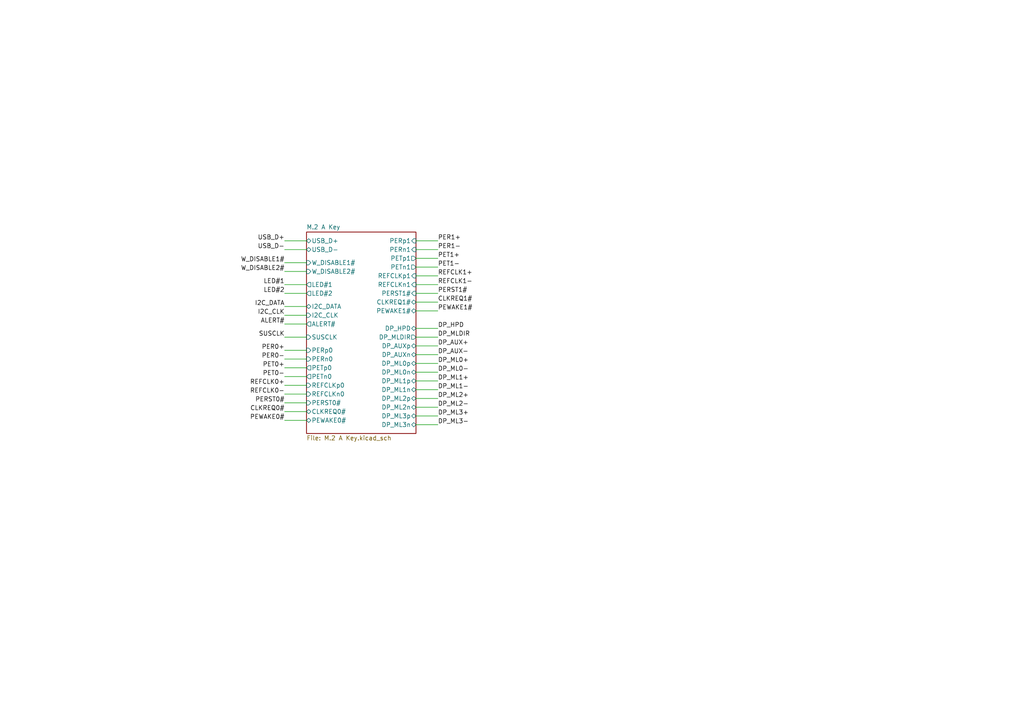
<source format=kicad_sch>
(kicad_sch
	(version 20250114)
	(generator "eeschema")
	(generator_version "9.0")
	(uuid "8f95e69a-9705-4409-be0f-c666139e4cf9")
	(paper "A4")
	(lib_symbols)
	(wire
		(pts
			(xy 120.65 107.95) (xy 127 107.95)
		)
		(stroke
			(width 0)
			(type default)
		)
		(uuid "0666d034-482f-4906-98da-e3ae6fbd6eae")
	)
	(wire
		(pts
			(xy 120.65 100.33) (xy 127 100.33)
		)
		(stroke
			(width 0)
			(type default)
		)
		(uuid "09880be8-b257-42b1-9365-38ecf176e0c9")
	)
	(wire
		(pts
			(xy 120.65 115.57) (xy 127 115.57)
		)
		(stroke
			(width 0)
			(type default)
		)
		(uuid "114b7e74-c3f3-49d3-b5ce-d297474ed7b0")
	)
	(wire
		(pts
			(xy 82.55 88.9) (xy 88.9 88.9)
		)
		(stroke
			(width 0)
			(type default)
		)
		(uuid "13da71a9-4284-4163-98fa-6a9cdff95a3d")
	)
	(wire
		(pts
			(xy 120.65 102.87) (xy 127 102.87)
		)
		(stroke
			(width 0)
			(type default)
		)
		(uuid "195b2eba-e167-4fca-8bd4-57cb1e477649")
	)
	(wire
		(pts
			(xy 120.65 97.79) (xy 127 97.79)
		)
		(stroke
			(width 0)
			(type default)
		)
		(uuid "25bc5450-d738-4dc2-85e2-c116e766d400")
	)
	(wire
		(pts
			(xy 120.65 69.85) (xy 127 69.85)
		)
		(stroke
			(width 0)
			(type default)
		)
		(uuid "2618dcb9-6d19-4147-8b68-84aa6dc213be")
	)
	(wire
		(pts
			(xy 82.55 114.3) (xy 88.9 114.3)
		)
		(stroke
			(width 0)
			(type default)
		)
		(uuid "273a06c2-0c01-4747-a6f6-daaaca0c094e")
	)
	(wire
		(pts
			(xy 120.65 87.63) (xy 127 87.63)
		)
		(stroke
			(width 0)
			(type default)
		)
		(uuid "2abd9900-bdb4-4721-a613-2060df0b47da")
	)
	(wire
		(pts
			(xy 120.65 80.01) (xy 127 80.01)
		)
		(stroke
			(width 0)
			(type default)
		)
		(uuid "2d2c19ed-2e31-49e4-a17a-66c2457bdf10")
	)
	(wire
		(pts
			(xy 82.55 72.39) (xy 88.9 72.39)
		)
		(stroke
			(width 0)
			(type default)
		)
		(uuid "3501848e-0223-430a-852c-6d8008533964")
	)
	(wire
		(pts
			(xy 82.55 82.55) (xy 88.9 82.55)
		)
		(stroke
			(width 0)
			(type default)
		)
		(uuid "36015ee0-0f04-49c9-a6c7-31b4ffb86711")
	)
	(wire
		(pts
			(xy 82.55 91.44) (xy 88.9 91.44)
		)
		(stroke
			(width 0)
			(type default)
		)
		(uuid "38136f5e-d798-4d5f-8194-471b33909c3d")
	)
	(wire
		(pts
			(xy 120.65 90.17) (xy 127 90.17)
		)
		(stroke
			(width 0)
			(type default)
		)
		(uuid "3a30321d-031b-44ad-95e6-027383c7ba16")
	)
	(wire
		(pts
			(xy 82.55 78.74) (xy 88.9 78.74)
		)
		(stroke
			(width 0)
			(type default)
		)
		(uuid "40daacbc-3b35-4f50-9827-d0e6ca51c056")
	)
	(wire
		(pts
			(xy 120.65 105.41) (xy 127 105.41)
		)
		(stroke
			(width 0)
			(type default)
		)
		(uuid "4b595c88-9f5d-4a9f-931f-44bb1c21475c")
	)
	(wire
		(pts
			(xy 82.55 121.92) (xy 88.9 121.92)
		)
		(stroke
			(width 0)
			(type default)
		)
		(uuid "4c8d038f-9d11-4367-99c5-8b3cc587b6f2")
	)
	(wire
		(pts
			(xy 82.55 109.22) (xy 88.9 109.22)
		)
		(stroke
			(width 0)
			(type default)
		)
		(uuid "5157798b-e064-4724-ba93-21f73c5df7c9")
	)
	(wire
		(pts
			(xy 82.55 119.38) (xy 88.9 119.38)
		)
		(stroke
			(width 0)
			(type default)
		)
		(uuid "53543c98-3c22-4c5c-ab8c-fd7b45869e2f")
	)
	(wire
		(pts
			(xy 82.55 97.79) (xy 88.9 97.79)
		)
		(stroke
			(width 0)
			(type default)
		)
		(uuid "55022550-73c9-4d0d-9541-001d01b1664a")
	)
	(wire
		(pts
			(xy 120.65 123.19) (xy 127 123.19)
		)
		(stroke
			(width 0)
			(type default)
		)
		(uuid "5537da56-3364-4958-b78e-f85b627fc366")
	)
	(wire
		(pts
			(xy 120.65 82.55) (xy 127 82.55)
		)
		(stroke
			(width 0)
			(type default)
		)
		(uuid "63ebbe44-142e-402c-a7c6-a26fe916919f")
	)
	(wire
		(pts
			(xy 120.65 74.93) (xy 127 74.93)
		)
		(stroke
			(width 0)
			(type default)
		)
		(uuid "770a6ccb-4bf2-4145-b6ff-e82740c75aa4")
	)
	(wire
		(pts
			(xy 120.65 118.11) (xy 127 118.11)
		)
		(stroke
			(width 0)
			(type default)
		)
		(uuid "81ab5f61-80d1-4353-bad8-ee3e80df4ba4")
	)
	(wire
		(pts
			(xy 120.65 110.49) (xy 127 110.49)
		)
		(stroke
			(width 0)
			(type default)
		)
		(uuid "9397c017-e94b-4aed-a825-24bab9e7f308")
	)
	(wire
		(pts
			(xy 120.65 77.47) (xy 127 77.47)
		)
		(stroke
			(width 0)
			(type default)
		)
		(uuid "9d46a325-01b0-4917-a213-d6bc12fa4b02")
	)
	(wire
		(pts
			(xy 82.55 76.2) (xy 88.9 76.2)
		)
		(stroke
			(width 0)
			(type default)
		)
		(uuid "9e256504-7dc3-419e-a129-d9e14df730a9")
	)
	(wire
		(pts
			(xy 82.55 106.68) (xy 88.9 106.68)
		)
		(stroke
			(width 0)
			(type default)
		)
		(uuid "a6aaeeca-6be4-408a-a140-49a7f5e39265")
	)
	(wire
		(pts
			(xy 82.55 85.09) (xy 88.9 85.09)
		)
		(stroke
			(width 0)
			(type default)
		)
		(uuid "acfc17d1-2ba1-4689-b6de-4ddfe3cb354b")
	)
	(wire
		(pts
			(xy 120.65 113.03) (xy 127 113.03)
		)
		(stroke
			(width 0)
			(type default)
		)
		(uuid "adb4eba0-82f8-4935-b59a-e2787c366579")
	)
	(wire
		(pts
			(xy 82.55 116.84) (xy 88.9 116.84)
		)
		(stroke
			(width 0)
			(type default)
		)
		(uuid "bea8651d-4ef2-4f6e-9baf-9497a29e0e25")
	)
	(wire
		(pts
			(xy 120.65 85.09) (xy 127 85.09)
		)
		(stroke
			(width 0)
			(type default)
		)
		(uuid "c1b2babd-4d01-458f-8754-361362d91308")
	)
	(wire
		(pts
			(xy 82.55 93.98) (xy 88.9 93.98)
		)
		(stroke
			(width 0)
			(type default)
		)
		(uuid "c3128485-4ac9-4b3e-b2ff-43bb61664840")
	)
	(wire
		(pts
			(xy 120.65 120.65) (xy 127 120.65)
		)
		(stroke
			(width 0)
			(type default)
		)
		(uuid "c6f17a5b-78e7-480c-8f69-d63ff368c08a")
	)
	(wire
		(pts
			(xy 82.55 69.85) (xy 88.9 69.85)
		)
		(stroke
			(width 0)
			(type default)
		)
		(uuid "c9c49c71-8ea8-4fb5-a920-640a4831bec6")
	)
	(wire
		(pts
			(xy 120.65 72.39) (xy 127 72.39)
		)
		(stroke
			(width 0)
			(type default)
		)
		(uuid "d6b820dc-81eb-4908-af06-22e06db6ec19")
	)
	(wire
		(pts
			(xy 82.55 111.76) (xy 88.9 111.76)
		)
		(stroke
			(width 0)
			(type default)
		)
		(uuid "d8eff346-318a-474b-9f41-2181b765be59")
	)
	(wire
		(pts
			(xy 120.65 95.25) (xy 127 95.25)
		)
		(stroke
			(width 0)
			(type default)
		)
		(uuid "e368ea23-09a2-4743-aeed-eaacbdb5667d")
	)
	(wire
		(pts
			(xy 82.55 104.14) (xy 88.9 104.14)
		)
		(stroke
			(width 0)
			(type default)
		)
		(uuid "e37434af-18c5-43c5-ba16-8fa8173d2034")
	)
	(wire
		(pts
			(xy 82.55 101.6) (xy 88.9 101.6)
		)
		(stroke
			(width 0)
			(type default)
		)
		(uuid "fee0b5ad-ac67-4c2c-b885-9083f51e8e17")
	)
	(label "I2C_CLK"
		(at 82.55 91.44 180)
		(effects
			(font
				(size 1.27 1.27)
			)
			(justify right bottom)
		)
		(uuid "0447443d-045f-40cf-b2dd-9e65b5de774e")
	)
	(label "DP_ML2-"
		(at 127 118.11 0)
		(effects
			(font
				(size 1.27 1.27)
			)
			(justify left bottom)
		)
		(uuid "0c6ca1cd-9869-459a-a7b9-9e224e3a1337")
	)
	(label "DP_ML3-"
		(at 127 123.19 0)
		(effects
			(font
				(size 1.27 1.27)
			)
			(justify left bottom)
		)
		(uuid "1565a6ae-e6b1-4141-9409-413f9b7ce3ae")
	)
	(label "PERST0#"
		(at 82.55 116.84 180)
		(effects
			(font
				(size 1.27 1.27)
			)
			(justify right bottom)
		)
		(uuid "18b44879-780a-4171-9afb-fd39cf35026e")
	)
	(label "CLKREQ0#"
		(at 82.55 119.38 180)
		(effects
			(font
				(size 1.27 1.27)
			)
			(justify right bottom)
		)
		(uuid "1ac436b4-a819-44ae-89ec-603f6e9c8c11")
	)
	(label "PER1+"
		(at 127 69.85 0)
		(effects
			(font
				(size 1.27 1.27)
			)
			(justify left bottom)
		)
		(uuid "1f1bc7b1-7ab4-4fa4-a840-f091ccd4804f")
	)
	(label "DP_ML1+"
		(at 127 110.49 0)
		(effects
			(font
				(size 1.27 1.27)
			)
			(justify left bottom)
		)
		(uuid "2201a9f2-f248-472b-8651-37d38415a3df")
	)
	(label "DP_ML0+"
		(at 127 105.41 0)
		(effects
			(font
				(size 1.27 1.27)
			)
			(justify left bottom)
		)
		(uuid "24bd95d6-3e64-4a87-a9af-1f5e8e517a06")
	)
	(label "REFCLK0+"
		(at 82.55 111.76 180)
		(effects
			(font
				(size 1.27 1.27)
			)
			(justify right bottom)
		)
		(uuid "2c94b754-a18c-4677-b3e4-6f6b7170cd8f")
	)
	(label "PER1-"
		(at 127 72.39 0)
		(effects
			(font
				(size 1.27 1.27)
			)
			(justify left bottom)
		)
		(uuid "2e2c213a-d581-4710-a43a-46359e6f7571")
	)
	(label "PEWAKE0#"
		(at 82.55 121.92 180)
		(effects
			(font
				(size 1.27 1.27)
			)
			(justify right bottom)
		)
		(uuid "2fdfb54c-2d00-4782-9aae-5caa246119f0")
	)
	(label "PER0+"
		(at 82.55 101.6 180)
		(effects
			(font
				(size 1.27 1.27)
			)
			(justify right bottom)
		)
		(uuid "42f14d8a-5bd3-4f0e-9e51-5a7bf11d87a2")
	)
	(label "PET1-"
		(at 127 77.47 0)
		(effects
			(font
				(size 1.27 1.27)
			)
			(justify left bottom)
		)
		(uuid "5206ae97-bb8b-4c06-a23a-d36399c0da59")
	)
	(label "DP_ML0-"
		(at 127 107.95 0)
		(effects
			(font
				(size 1.27 1.27)
			)
			(justify left bottom)
		)
		(uuid "5c57bf3d-c316-432b-a3a3-c121231f194f")
	)
	(label "DP_AUX+"
		(at 127 100.33 0)
		(effects
			(font
				(size 1.27 1.27)
			)
			(justify left bottom)
		)
		(uuid "5e128893-f9b4-442c-a3e4-e7a2ed0b88a6")
	)
	(label "DP_AUX-"
		(at 127 102.87 0)
		(effects
			(font
				(size 1.27 1.27)
			)
			(justify left bottom)
		)
		(uuid "632bd4cb-fa92-405e-90f3-19850f4c3979")
	)
	(label "LED#2"
		(at 82.55 85.09 180)
		(effects
			(font
				(size 1.27 1.27)
			)
			(justify right bottom)
		)
		(uuid "65cd3dbb-1aa9-4f7a-8d47-1e82e4e13c1b")
	)
	(label "USB_D+"
		(at 82.55 69.85 180)
		(effects
			(font
				(size 1.27 1.27)
			)
			(justify right bottom)
		)
		(uuid "7c4509a4-2c8b-425a-8ebc-a4f2923cbf19")
	)
	(label "W_DISABLE2#"
		(at 82.55 78.74 180)
		(effects
			(font
				(size 1.27 1.27)
			)
			(justify right bottom)
		)
		(uuid "80e5de71-eb66-49ba-804c-31ecd80cfae0")
	)
	(label "W_DISABLE1#"
		(at 82.55 76.2 180)
		(effects
			(font
				(size 1.27 1.27)
			)
			(justify right bottom)
		)
		(uuid "830cb91e-bb25-4f4b-bbd2-04bf146180cb")
	)
	(label "REFCLK1-"
		(at 127 82.55 0)
		(effects
			(font
				(size 1.27 1.27)
			)
			(justify left bottom)
		)
		(uuid "84db65fe-c75f-419d-b5d3-d226186b861c")
	)
	(label "I2C_DATA"
		(at 82.55 88.9 180)
		(effects
			(font
				(size 1.27 1.27)
			)
			(justify right bottom)
		)
		(uuid "890308f9-10d9-418a-b4d9-2472f80e50e7")
	)
	(label "PERST1#"
		(at 127 85.09 0)
		(effects
			(font
				(size 1.27 1.27)
			)
			(justify left bottom)
		)
		(uuid "8e5a3f0f-93ef-4304-ad15-bc0585f71366")
	)
	(label "DP_ML2+"
		(at 127 115.57 0)
		(effects
			(font
				(size 1.27 1.27)
			)
			(justify left bottom)
		)
		(uuid "8fec16b1-c675-4e9d-870d-304e572f3e41")
	)
	(label "PET0+"
		(at 82.55 106.68 180)
		(effects
			(font
				(size 1.27 1.27)
			)
			(justify right bottom)
		)
		(uuid "957b0ac4-a5bc-4339-b729-e22188f93659")
	)
	(label "CLKREQ1#"
		(at 127 87.63 0)
		(effects
			(font
				(size 1.27 1.27)
			)
			(justify left bottom)
		)
		(uuid "95ced794-6c88-4aee-b870-3855c41c967b")
	)
	(label "PET1+"
		(at 127 74.93 0)
		(effects
			(font
				(size 1.27 1.27)
			)
			(justify left bottom)
		)
		(uuid "97eb39c7-fa95-444b-b676-d98dddf6b1c7")
	)
	(label "SUSCLK"
		(at 82.55 97.79 180)
		(effects
			(font
				(size 1.27 1.27)
			)
			(justify right bottom)
		)
		(uuid "9f3087f2-bc2d-4970-acd6-f7bbb57db29a")
	)
	(label "LED#1"
		(at 82.55 82.55 180)
		(effects
			(font
				(size 1.27 1.27)
			)
			(justify right bottom)
		)
		(uuid "a18b78bb-3443-41aa-bbb7-f810e959106a")
	)
	(label "DP_ML1-"
		(at 127 113.03 0)
		(effects
			(font
				(size 1.27 1.27)
			)
			(justify left bottom)
		)
		(uuid "a426138b-e17b-4d89-b9dc-2713168a7e2c")
	)
	(label "DP_ML3+"
		(at 127 120.65 0)
		(effects
			(font
				(size 1.27 1.27)
			)
			(justify left bottom)
		)
		(uuid "a6b98992-8419-4d7d-9579-7b3e31e74bda")
	)
	(label "REFCLK0-"
		(at 82.55 114.3 180)
		(effects
			(font
				(size 1.27 1.27)
			)
			(justify right bottom)
		)
		(uuid "acaa79da-878f-4120-8532-c0c60581cf42")
	)
	(label "DP_MLDIR"
		(at 127 97.79 0)
		(effects
			(font
				(size 1.27 1.27)
			)
			(justify left bottom)
		)
		(uuid "acdad714-f2fb-4318-93c2-ca871a50eb54")
	)
	(label "REFCLK1+"
		(at 127 80.01 0)
		(effects
			(font
				(size 1.27 1.27)
			)
			(justify left bottom)
		)
		(uuid "b1feb58d-22db-4c16-9794-23183eb1cdda")
	)
	(label "PER0-"
		(at 82.55 104.14 180)
		(effects
			(font
				(size 1.27 1.27)
			)
			(justify right bottom)
		)
		(uuid "b32857e1-bf65-45dd-a0db-8016e8b25563")
	)
	(label "USB_D-"
		(at 82.55 72.39 180)
		(effects
			(font
				(size 1.27 1.27)
			)
			(justify right bottom)
		)
		(uuid "bb4a4c41-56c5-4d0e-9ada-16ebd8e5237c")
	)
	(label "PEWAKE1#"
		(at 127 90.17 0)
		(effects
			(font
				(size 1.27 1.27)
			)
			(justify left bottom)
		)
		(uuid "bc6f54e5-eb5f-4b9b-b6c1-910076de5fe1")
	)
	(label "DP_HPD"
		(at 127 95.25 0)
		(effects
			(font
				(size 1.27 1.27)
			)
			(justify left bottom)
		)
		(uuid "d57b6664-2787-4c30-910b-d278998370e4")
	)
	(label "ALERT#"
		(at 82.55 93.98 180)
		(effects
			(font
				(size 1.27 1.27)
			)
			(justify right bottom)
		)
		(uuid "d5facbda-0325-470c-b59d-fc2313bb565c")
	)
	(label "PET0-"
		(at 82.55 109.22 180)
		(effects
			(font
				(size 1.27 1.27)
			)
			(justify right bottom)
		)
		(uuid "e144f956-2ef1-44d5-ab3e-2d6b47e540ba")
	)
	(sheet
		(at 88.9 67.31)
		(size 31.75 58.42)
		(exclude_from_sim no)
		(in_bom yes)
		(on_board yes)
		(dnp no)
		(fields_autoplaced yes)
		(stroke
			(width 0.1524)
			(type solid)
		)
		(fill
			(color 0 0 0 0.0000)
		)
		(uuid "469aede9-4ffd-4963-9ada-3d4a439f3153")
		(property "Sheetname" "M.2 A Key"
			(at 88.9 66.5984 0)
			(effects
				(font
					(size 1.27 1.27)
				)
				(justify left bottom)
			)
		)
		(property "Sheetfile" "M.2 A Key.kicad_sch"
			(at 88.9 126.3146 0)
			(effects
				(font
					(size 1.27 1.27)
				)
				(justify left top)
			)
		)
		(pin "USB_D+" bidirectional
			(at 88.9 69.85 180)
			(uuid "912171e7-8638-4e9a-90b7-0c6085d72caf")
			(effects
				(font
					(size 1.27 1.27)
				)
				(justify left)
			)
		)
		(pin "USB_D-" bidirectional
			(at 88.9 72.39 180)
			(uuid "ed9667f5-28ac-48b6-aef6-84cb63a5f4d3")
			(effects
				(font
					(size 1.27 1.27)
				)
				(justify left)
			)
		)
		(pin "W_DISABLE1#" input
			(at 88.9 76.2 180)
			(uuid "05f2b84b-8359-487a-96f0-42c67e3ca661")
			(effects
				(font
					(size 1.27 1.27)
				)
				(justify left)
			)
		)
		(pin "W_DISABLE2#" input
			(at 88.9 78.74 180)
			(uuid "859e25df-3bfd-409c-b9b5-f5ff35bc10ae")
			(effects
				(font
					(size 1.27 1.27)
				)
				(justify left)
			)
		)
		(pin "LED#1" output
			(at 88.9 82.55 180)
			(uuid "f6e7adb0-de2a-4bd9-b8d0-a71495addcec")
			(effects
				(font
					(size 1.27 1.27)
				)
				(justify left)
			)
		)
		(pin "LED#2" output
			(at 88.9 85.09 180)
			(uuid "5cefdc34-5adb-4ac5-bf5c-1ef9b5d92fed")
			(effects
				(font
					(size 1.27 1.27)
				)
				(justify left)
			)
		)
		(pin "I2C_DATA" bidirectional
			(at 88.9 88.9 180)
			(uuid "9b969e71-9ef7-4ed1-92cb-d11aa4bfd510")
			(effects
				(font
					(size 1.27 1.27)
				)
				(justify left)
			)
		)
		(pin "I2C_CLK" input
			(at 88.9 91.44 180)
			(uuid "24707289-ec69-4728-89ba-db02df0394ed")
			(effects
				(font
					(size 1.27 1.27)
				)
				(justify left)
			)
		)
		(pin "ALERT#" output
			(at 88.9 93.98 180)
			(uuid "8c027d04-668f-47f2-9cc7-f416320bca69")
			(effects
				(font
					(size 1.27 1.27)
				)
				(justify left)
			)
		)
		(pin "SUSCLK" input
			(at 88.9 97.79 180)
			(uuid "54d0973d-303e-4638-bf04-b7b12f2cb04f")
			(effects
				(font
					(size 1.27 1.27)
				)
				(justify left)
			)
		)
		(pin "PERp0" input
			(at 88.9 101.6 180)
			(uuid "bc18c22e-06c4-44ac-b2f1-c29ca989143b")
			(effects
				(font
					(size 1.27 1.27)
				)
				(justify left)
			)
		)
		(pin "PERn0" input
			(at 88.9 104.14 180)
			(uuid "85963ba5-e14c-4b7f-ad0a-a720be94b777")
			(effects
				(font
					(size 1.27 1.27)
				)
				(justify left)
			)
		)
		(pin "PERST0#" input
			(at 88.9 116.84 180)
			(uuid "da51154c-e37e-49af-8460-eca383b1f401")
			(effects
				(font
					(size 1.27 1.27)
				)
				(justify left)
			)
		)
		(pin "CLKREQ0#" bidirectional
			(at 88.9 119.38 180)
			(uuid "bb28311e-5e19-4872-8fd7-cd42eca6cc16")
			(effects
				(font
					(size 1.27 1.27)
				)
				(justify left)
			)
		)
		(pin "PETn0" output
			(at 88.9 109.22 180)
			(uuid "7d91c37f-48ae-4efe-830c-d635db7770f3")
			(effects
				(font
					(size 1.27 1.27)
				)
				(justify left)
			)
		)
		(pin "PETp0" output
			(at 88.9 106.68 180)
			(uuid "e17e23fe-c448-4206-ab1f-a9ce0bb6c185")
			(effects
				(font
					(size 1.27 1.27)
				)
				(justify left)
			)
		)
		(pin "REFCLKp0" input
			(at 88.9 111.76 180)
			(uuid "56a04bc7-f2a3-4760-b74a-8a5e218fb1f0")
			(effects
				(font
					(size 1.27 1.27)
				)
				(justify left)
			)
		)
		(pin "PEWAKE0#" bidirectional
			(at 88.9 121.92 180)
			(uuid "85b26638-ac7e-4ce7-bda5-b06c68e9f15f")
			(effects
				(font
					(size 1.27 1.27)
				)
				(justify left)
			)
		)
		(pin "REFCLKn0" input
			(at 88.9 114.3 180)
			(uuid "3648fbe0-4c22-4521-87c2-49b22b221ef3")
			(effects
				(font
					(size 1.27 1.27)
				)
				(justify left)
			)
		)
		(pin "PEWAKE1#" bidirectional
			(at 120.65 90.17 0)
			(uuid "4dc4f5cb-ed08-4f92-895e-0602b7ba3459")
			(effects
				(font
					(size 1.27 1.27)
				)
				(justify right)
			)
		)
		(pin "PETp1" output
			(at 120.65 74.93 0)
			(uuid "b3528c36-259e-40c7-9ad6-2aa2ea33eec5")
			(effects
				(font
					(size 1.27 1.27)
				)
				(justify right)
			)
		)
		(pin "PERn1" input
			(at 120.65 72.39 0)
			(uuid "4cd63e44-f6ef-47ff-9890-fb9928f8cadb")
			(effects
				(font
					(size 1.27 1.27)
				)
				(justify right)
			)
		)
		(pin "REFCLKp1" input
			(at 120.65 80.01 0)
			(uuid "8db4f5a3-a76f-4d39-b527-fd5c0ddeb15a")
			(effects
				(font
					(size 1.27 1.27)
				)
				(justify right)
			)
		)
		(pin "PERp1" input
			(at 120.65 69.85 0)
			(uuid "0c8828f8-66d3-4f65-9874-f90b56b700fb")
			(effects
				(font
					(size 1.27 1.27)
				)
				(justify right)
			)
		)
		(pin "PETn1" output
			(at 120.65 77.47 0)
			(uuid "96d8dc58-ba9b-4807-80b4-fefe2a1136c5")
			(effects
				(font
					(size 1.27 1.27)
				)
				(justify right)
			)
		)
		(pin "REFCLKn1" input
			(at 120.65 82.55 0)
			(uuid "c1964b6f-e82b-4dd0-88cd-f699fc9952d4")
			(effects
				(font
					(size 1.27 1.27)
				)
				(justify right)
			)
		)
		(pin "PERST1#" input
			(at 120.65 85.09 0)
			(uuid "4a052f64-45a3-46d6-a4bb-92915699f33e")
			(effects
				(font
					(size 1.27 1.27)
				)
				(justify right)
			)
		)
		(pin "CLKREQ1#" bidirectional
			(at 120.65 87.63 0)
			(uuid "f0891dab-ed3e-431c-abef-d72456b36b58")
			(effects
				(font
					(size 1.27 1.27)
				)
				(justify right)
			)
		)
		(pin "DP_HPD" bidirectional
			(at 120.65 95.25 0)
			(uuid "4c71ef89-295d-4bdb-9759-6520ebc8a471")
			(effects
				(font
					(size 1.27 1.27)
				)
				(justify right)
			)
		)
		(pin "DP_MLDIR" output
			(at 120.65 97.79 0)
			(uuid "e1f3aae4-10b7-44f0-831d-42040dc95784")
			(effects
				(font
					(size 1.27 1.27)
				)
				(justify right)
			)
		)
		(pin "DP_AUXp" bidirectional
			(at 120.65 100.33 0)
			(uuid "a10b63f1-2093-4f0e-9c6a-05c0e077795c")
			(effects
				(font
					(size 1.27 1.27)
				)
				(justify right)
			)
		)
		(pin "DP_AUXn" bidirectional
			(at 120.65 102.87 0)
			(uuid "7e9e8a2e-80b1-4804-9918-458acddf1d59")
			(effects
				(font
					(size 1.27 1.27)
				)
				(justify right)
			)
		)
		(pin "DP_ML0n" bidirectional
			(at 120.65 107.95 0)
			(uuid "56df7bd7-d48a-4510-a28a-0074e3de8679")
			(effects
				(font
					(size 1.27 1.27)
				)
				(justify right)
			)
		)
		(pin "DP_ML0p" bidirectional
			(at 120.65 105.41 0)
			(uuid "98766559-394d-4946-b626-50e6ae6614a3")
			(effects
				(font
					(size 1.27 1.27)
				)
				(justify right)
			)
		)
		(pin "DP_ML1p" bidirectional
			(at 120.65 110.49 0)
			(uuid "08401826-bbea-494c-a607-859e1c8fb952")
			(effects
				(font
					(size 1.27 1.27)
				)
				(justify right)
			)
		)
		(pin "DP_ML1n" bidirectional
			(at 120.65 113.03 0)
			(uuid "456ec3ef-cca8-42b2-9e38-77e29fab1fc9")
			(effects
				(font
					(size 1.27 1.27)
				)
				(justify right)
			)
		)
		(pin "DP_ML2p" bidirectional
			(at 120.65 115.57 0)
			(uuid "c56d8dbd-6a05-40ba-82e7-9003a7cbff1b")
			(effects
				(font
					(size 1.27 1.27)
				)
				(justify right)
			)
		)
		(pin "DP_ML2n" bidirectional
			(at 120.65 118.11 0)
			(uuid "648e521c-8647-4527-b42c-a020308030cd")
			(effects
				(font
					(size 1.27 1.27)
				)
				(justify right)
			)
		)
		(pin "DP_ML3p" bidirectional
			(at 120.65 120.65 0)
			(uuid "93db9c2e-8194-47d6-9c57-13dabc84e88e")
			(effects
				(font
					(size 1.27 1.27)
				)
				(justify right)
			)
		)
		(pin "DP_ML3n" bidirectional
			(at 120.65 123.19 0)
			(uuid "36a495b7-9788-46f1-9e37-85587eebe208")
			(effects
				(font
					(size 1.27 1.27)
				)
				(justify right)
			)
		)
		(instances
			(project "M.2 A Key 3030"
				(path "/8f95e69a-9705-4409-be0f-c666139e4cf9"
					(page "2")
				)
			)
		)
	)
	(sheet_instances
		(path "/"
			(page "1")
		)
	)
	(embedded_fonts no)
)

</source>
